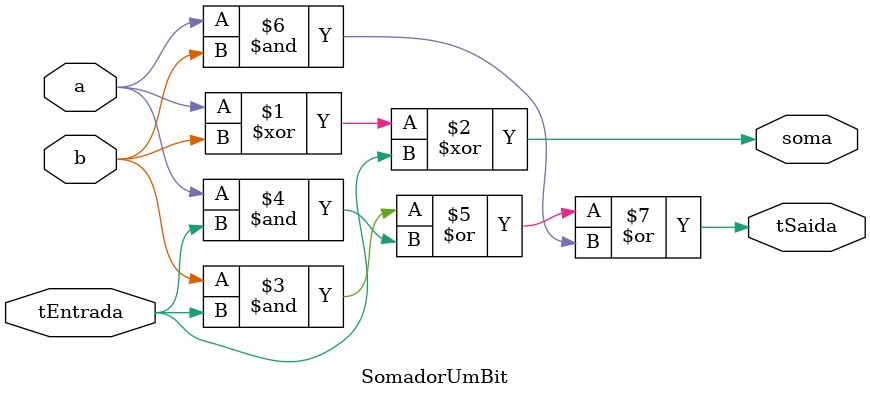
<source format=v>
/* SomadorUmBit.v
	
Nomes: Diogo Emanuel, Guilherme Augusto, Luiz Eduardo
Data: 21/12/2021

Descricao do modulo:
Somador de dois numeros binarios de um bit

Entradas: 	
a - primeiro numero
b - segundo numero
tEntrada - carry in

Saidas:
soma - a soma das duas entradas mais o transporte de entrada
tSaida - carry out
*/

module SomadorUmBit(
	input a,
	input b,
	input tEntrada,
	output soma,
	output tSaida
);

	assign soma = (a ^ b) ^ tEntrada; //soma minimizada por XOR
	assign tSaida = (b & tEntrada) | (a & tEntrada) | (a & b); //soma minimada com mapa karnaugh

endmodule
</source>
